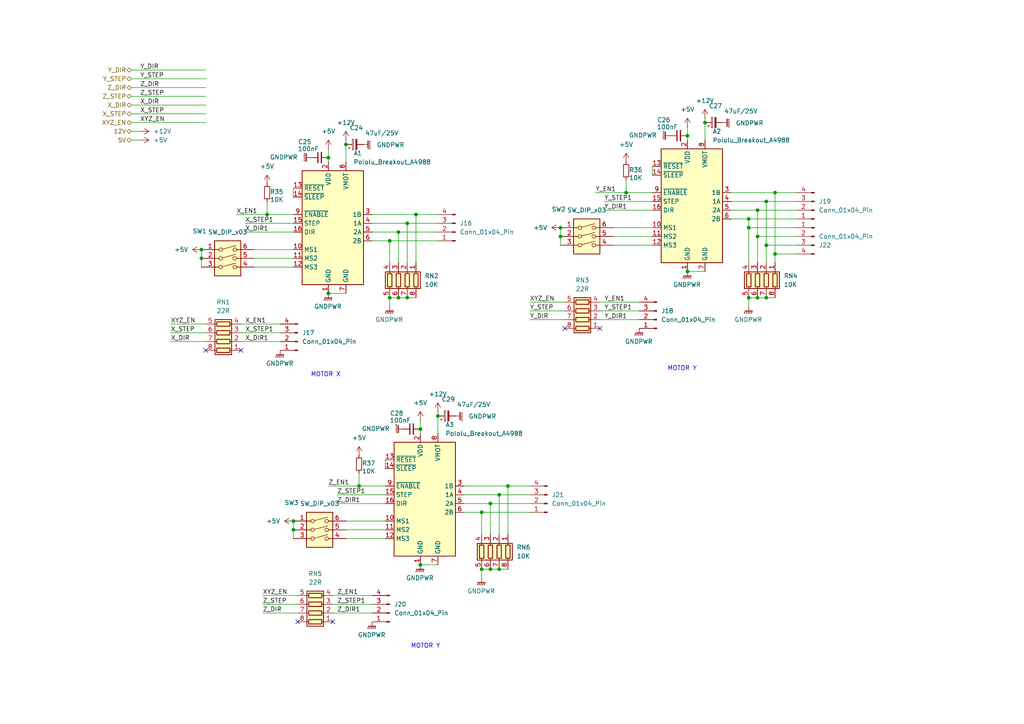
<source format=kicad_sch>
(kicad_sch (version 20231120) (generator "eeschema") (generator_version "8.0")
  (paper "A4")
  (lib_symbols
    (symbol "Connector:Conn_01x04_Pin" (pin_names (offset 1.016) hide)
      (property "Reference" "J" (at 0 5.08 0))
      (property "Value" "Conn_01x04_Pin" (at 0 -7.62 0))
      (symbol "Conn_01x04_Pin_1_1"
        (polyline (pts (xy 1.27 -5.08) (xy 0.8636 -5.08)) (stroke (width 0.1524)))
        (polyline (pts (xy 1.27 -2.54) (xy 0.8636 -2.54)) (stroke (width 0.1524)))
        (polyline (pts (xy 1.27 0) (xy 0.8636 0)) (stroke (width 0.1524)))
        (polyline (pts (xy 1.27 2.54) (xy 0.8636 2.54)) (stroke (width 0.1524)))
        (rectangle (start 0.8636 -4.953) (end 0 -5.207) (stroke (width 0.1524)) (fill (type outline)))
        (rectangle (start 0.8636 -2.413) (end 0 -2.667) (stroke (width 0.1524)) (fill (type outline)))
        (rectangle (start 0.8636 0.127) (end 0 -0.127) (stroke (width 0.1524)) (fill (type outline)))
        (rectangle (start 0.8636 2.667) (end 0 2.413) (stroke (width 0.1524)) (fill (type outline)))
        (pin passive line (at 5.08 2.54 180) (length 3.81) (name "Pin_1") (number "1"))
        (pin passive line (at 5.08 0 180) (length 3.81) (name "Pin_2") (number "2"))
        (pin passive line (at 5.08 -2.54 180) (length 3.81) (name "Pin_3") (number "3"))
        (pin passive line (at 5.08 -5.08 180) (length 3.81) (name "Pin_4") (number "4"))
      )
    )
    (symbol "Device:C_Polarized_Small" (pin_numbers hide) (pin_names (offset 0.254) hide)
      (property "Reference" "C" (at 0.254 1.778 0))
      (property "Value" "C_Polarized_Small" (at 0.254 -2.032 0))
      (symbol "C_Polarized_Small_0_1"
        (rectangle (start -1.524 -0.3048) (end 1.524 -0.6858) (fill (type outline)))
        (rectangle (start -1.524 0.6858) (end 1.524 0.3048))
        (polyline (pts (xy -1.27 1.524) (xy -0.762 1.524)))
        (polyline (pts (xy -1.016 1.27) (xy -1.016 1.778)))
      )
      (symbol "C_Polarized_Small_1_1"
        (pin passive line (at 0 2.54 270) (length 1.8542) (name "~") (number "1"))
        (pin passive line (at 0 -2.54 90) (length 1.8542) (name "~") (number "2"))
      )
    )
    (symbol "Device:C_Small" (pin_numbers hide) (pin_names (offset 0.254) hide)
      (property "Reference" "C" (at 0.254 1.778 0))
      (property "Value" "C_Small" (at 0.254 -2.032 0))
      (symbol "C_Small_0_1"
        (polyline (pts (xy -1.524 -0.508) (xy 1.524 -0.508)) (stroke (width 0.3302)))
        (polyline (pts (xy -1.524 0.508) (xy 1.524 0.508)) (stroke (width 0.3048)))
      )
      (symbol "C_Small_1_1"
        (pin passive line (at 0 2.54 270) (length 2.032) (name "~") (number "1"))
        (pin passive line (at 0 -2.54 90) (length 2.032) (name "~") (number "2"))
      )
    )
    (symbol "Device:R_Pack04" (pin_names (offset 0) hide)
      (property "Reference" "RN" (at -7.62 0 90))
      (property "Value" "R_Pack04" (at 5.08 0 90))
      (symbol "R_Pack04_0_1"
        (rectangle (start -6.35 -2.413) (end 3.81 2.413) (stroke (width 0.254)) (fill (type background)))
        (rectangle (start -5.715 1.905) (end -4.445 -1.905) (stroke (width 0.254)))
        (rectangle (start -3.175 1.905) (end -1.905 -1.905) (stroke (width 0.254)))
        (rectangle (start -0.635 1.905) (end 0.635 -1.905) (stroke (width 0.254)))
        (polyline (pts (xy -5.08 -2.54) (xy -5.08 -1.905)))
        (polyline (pts (xy -5.08 1.905) (xy -5.08 2.54)))
        (polyline (pts (xy -2.54 -2.54) (xy -2.54 -1.905)))
        (polyline (pts (xy -2.54 1.905) (xy -2.54 2.54)))
        (polyline (pts (xy 0 -2.54) (xy 0 -1.905)))
        (polyline (pts (xy 0 1.905) (xy 0 2.54)))
        (polyline (pts (xy 2.54 -2.54) (xy 2.54 -1.905)))
        (polyline (pts (xy 2.54 1.905) (xy 2.54 2.54)))
        (rectangle (start 1.905 1.905) (end 3.175 -1.905) (stroke (width 0.254)))
      )
      (symbol "R_Pack04_1_1"
        (pin passive line (at -5.08 -5.08 90) (length 2.54) (name "R1.1") (number "1"))
        (pin passive line (at -2.54 -5.08 90) (length 2.54) (name "R2.1") (number "2"))
        (pin passive line (at 0 -5.08 90) (length 2.54) (name "R3.1") (number "3"))
        (pin passive line (at 2.54 -5.08 90) (length 2.54) (name "R4.1") (number "4"))
        (pin passive line (at 2.54 5.08 270) (length 2.54) (name "R4.2") (number "5"))
        (pin passive line (at 0 5.08 270) (length 2.54) (name "R3.2") (number "6"))
        (pin passive line (at -2.54 5.08 270) (length 2.54) (name "R2.2") (number "7"))
        (pin passive line (at -5.08 5.08 270) (length 2.54) (name "R1.2") (number "8"))
      )
    )
    (symbol "Device:R_Small" (pin_numbers hide) (pin_names (offset 0.254) hide)
      (property "Reference" "R" (at 0.762 0.508 0))
      (property "Value" "R_Small" (at 0.762 -1.016 0))
      (symbol "R_Small_0_1"
        (rectangle (start -0.762 1.778) (end 0.762 -1.778) (stroke (width 0.2032)))
      )
      (symbol "R_Small_1_1"
        (pin passive line (at 0 2.54 270) (length 0.762) (name "~") (number "1"))
        (pin passive line (at 0 -2.54 90) (length 0.762) (name "~") (number "2"))
      )
    )
    (symbol "Driver_Motor:Pololu_Breakout_A4988"
      (property "Reference" "A" (at -2.54 19.05 0))
      (property "Value" "Pololu_Breakout_A4988" (at -2.54 16.51 0))
      (symbol "Pololu_Breakout_A4988_0_1"
        (rectangle (start 10.16 -17.78) (end -7.62 15.24) (stroke (width 0.254)) (fill (type background)))
      )
      (symbol "Pololu_Breakout_A4988_1_1"
        (pin power_in line (at 0 -20.32 90) (length 2.54) (name "GND") (number "1"))
        (pin input line (at -10.16 -7.62 0) (length 2.54) (name "MS1") (number "10"))
        (pin input line (at -10.16 -10.16 0) (length 2.54) (name "MS2") (number "11"))
        (pin input line (at -10.16 -12.7 0) (length 2.54) (name "MS3") (number "12"))
        (pin input line (at -10.16 10.16 0) (length 2.54) (name "~{RESET}") (number "13"))
        (pin input line (at -10.16 7.62 0) (length 2.54) (name "~{SLEEP}") (number "14"))
        (pin input line (at -10.16 0 0) (length 2.54) (name "STEP") (number "15"))
        (pin input line (at -10.16 -2.54 0) (length 2.54) (name "DIR") (number "16"))
        (pin power_in line (at 0 17.78 270) (length 2.54) (name "VDD") (number "2"))
        (pin output line (at 12.7 2.54 180) (length 2.54) (name "1B") (number "3"))
        (pin output line (at 12.7 0 180) (length 2.54) (name "1A") (number "4"))
        (pin output line (at 12.7 -2.54 180) (length 2.54) (name "2A") (number "5"))
        (pin output line (at 12.7 -5.08 180) (length 2.54) (name "2B") (number "6"))
        (pin power_in line (at 5.08 -20.32 90) (length 2.54) (name "GND") (number "7"))
        (pin power_in line (at 5.08 17.78 270) (length 2.54) (name "VMOT") (number "8"))
        (pin input line (at -10.16 2.54 0) (length 2.54) (name "~{ENABLE}") (number "9"))
      )
    )
    (symbol "Switch:SW_DIP_x03" (pin_names (offset 0) hide)
      (property "Reference" "SW" (at 0 6.35 0))
      (property "Value" "SW_DIP_x03" (at 0 -6.35 0))
      (symbol "SW_DIP_x03_0_0"
        (circle (center -2.032 -2.54) (radius 0.508))
        (circle (center -2.032 0) (radius 0.508))
        (circle (center -2.032 2.54) (radius 0.508))
        (polyline (pts (xy -1.524 -2.413) (xy 2.3622 -1.3716)))
        (polyline (pts (xy -1.524 0.127) (xy 2.3622 1.1684)))
        (polyline (pts (xy -1.524 2.667) (xy 2.3622 3.7084)))
        (circle (center 2.032 -2.54) (radius 0.508))
        (circle (center 2.032 0) (radius 0.508))
        (circle (center 2.032 2.54) (radius 0.508))
      )
      (symbol "SW_DIP_x03_0_1"
        (rectangle (start -3.81 5.08) (end 3.81 -5.08) (stroke (width 0.254)) (fill (type background)))
      )
      (symbol "SW_DIP_x03_1_1"
        (pin passive line (at -7.62 2.54 0) (length 5.08) (name "~") (number "1"))
        (pin passive line (at -7.62 0 0) (length 5.08) (name "~") (number "2"))
        (pin passive line (at -7.62 -2.54 0) (length 5.08) (name "~") (number "3"))
        (pin passive line (at 7.62 -2.54 180) (length 5.08) (name "~") (number "4"))
        (pin passive line (at 7.62 0 180) (length 5.08) (name "~") (number "5"))
        (pin passive line (at 7.62 2.54 180) (length 5.08) (name "~") (number "6"))
      )
    )
    (symbol "power:+12V" (power) (pin_numbers hide) (pin_names (offset 0) hide)
      (property "Value" "+12V" (at 0 3.556 0))
      (symbol "+12V_0_1"
        (polyline (pts (xy -0.762 1.27) (xy 0 2.54)))
        (polyline (pts (xy 0 0) (xy 0 2.54)))
        (polyline (pts (xy 0 2.54) (xy 0.762 1.27)))
      )
      (symbol "+12V_1_1"
        (pin power_in line (at 0 0 90) (length 0) (name "~") (number "1"))
      )
    )
    (symbol "power:+5V" (power) (pin_numbers hide) (pin_names (offset 0) hide)
      (property "Value" "+5V" (at 0 3.556 0))
      (symbol "+5V_0_1"
        (polyline (pts (xy -0.762 1.27) (xy 0 2.54)))
        (polyline (pts (xy 0 0) (xy 0 2.54)))
        (polyline (pts (xy 0 2.54) (xy 0.762 1.27)))
      )
      (symbol "+5V_1_1"
        (pin power_in line (at 0 0 90) (length 0) (name "~") (number "1"))
      )
    )
    (symbol "power:GNDPWR" (power) (pin_numbers hide) (pin_names (offset 0) hide)
      (property "Value" "GNDPWR" (at 0 -3.302 0))
      (symbol "GNDPWR_0_1"
        (polyline (pts (xy 0 -1.27) (xy 0 0)))
        (polyline (pts (xy -1.016 -1.27) (xy -1.27 -2.032) (xy -1.27 -2.032)) (stroke (width 0.2032)))
        (polyline (pts (xy -0.508 -1.27) (xy -0.762 -2.032) (xy -0.762 -2.032)) (stroke (width 0.2032)))
        (polyline (pts (xy 0 -1.27) (xy -0.254 -2.032) (xy -0.254 -2.032)) (stroke (width 0.2032)))
        (polyline (pts (xy 0.508 -1.27) (xy 0.254 -2.032) (xy 0.254 -2.032)) (stroke (width 0.2032)))
        (polyline (pts (xy 1.016 -1.27) (xy -1.016 -1.27) (xy -1.016 -1.27)) (stroke (width 0.2032)))
        (polyline (pts (xy 1.016 -1.27) (xy 0.762 -2.032) (xy 0.762 -2.032) (xy 0.762 -2.032)) (stroke (width 0.2032)))
      )
      (symbol "GNDPWR_1_1"
        (pin power_in line (at 0 0 270) (length 0) (name "~") (number "1"))
      )
    )
  )
  (junction (at 147.32 140.97))
  (junction (at 113.03 86.36))
  (junction (at 162.56 68.58))
  (junction (at 222.25 86.36))
  (junction (at 113.03 69.85))
  (junction (at 95.25 85.09))
  (junction (at 142.24 165.1))
  (junction (at 219.71 86.36))
  (junction (at 85.09 151.13))
  (junction (at 139.7 148.59))
  (junction (at 58.42 74.93))
  (junction (at 217.17 63.5))
  (junction (at 142.24 146.05))
  (junction (at 127 120.65))
  (junction (at 219.71 60.96))
  (junction (at 217.17 86.36))
  (junction (at 144.78 165.1))
  (junction (at 199.39 78.74))
  (junction (at 219.71 68.58))
  (junction (at 222.25 58.42))
  (junction (at 162.56 66.04))
  (junction (at 118.11 86.36))
  (junction (at 144.78 143.51))
  (junction (at 104.14 140.97))
  (junction (at 224.79 73.66))
  (junction (at 115.57 67.31))
  (junction (at 100.33 41.91))
  (junction (at 204.47 35.56))
  (junction (at 121.92 124.46))
  (junction (at 77.47 62.23))
  (junction (at 118.11 64.77))
  (junction (at 222.25 71.12))
  (junction (at 139.7 165.1))
  (junction (at 115.57 86.36))
  (junction (at 181.61 55.88))
  (junction (at 121.92 163.83))
  (junction (at 217.17 66.04))
  (junction (at 85.09 153.67))
  (junction (at 199.39 39.37))
  (junction (at 120.65 62.23))
  (junction (at 58.42 72.39))
  (junction (at 224.79 55.88))
  (junction (at 95.25 45.72))
  (no_connect (at 173.99 95.25))
  (no_connect (at 96.52 180.34))
  (no_connect (at 163.83 95.25))
  (no_connect (at 59.69 101.6))
  (no_connect (at 69.85 101.6))
  (no_connect (at 86.36 180.34))
  (wire (pts (xy 59.69 22.86) (xy 38.1 22.86)))
  (wire (pts (xy 113.03 86.36) (xy 115.57 86.36)))
  (wire (pts (xy 69.85 96.52) (xy 81.28 96.52)))
  (wire (pts (xy 219.71 60.96) (xy 219.71 68.58)))
  (wire (pts (xy 153.67 92.71) (xy 163.83 92.71)))
  (wire (pts (xy 115.57 67.31) (xy 115.57 76.2)))
  (wire (pts (xy 96.52 177.8) (xy 107.95 177.8)))
  (wire (pts (xy 100.33 156.21) (xy 111.76 156.21)))
  (wire (pts (xy 177.8 66.04) (xy 189.23 66.04)))
  (wire (pts (xy 121.92 124.46) (xy 121.92 125.73)))
  (wire (pts (xy 222.25 58.42) (xy 231.14 58.42)))
  (wire (pts (xy 217.17 66.04) (xy 217.17 76.2)))
  (wire (pts (xy 222.25 71.12) (xy 222.25 76.2)))
  (wire (pts (xy 217.17 86.36) (xy 217.17 88.9)))
  (wire (pts (xy 118.11 86.36) (xy 120.65 86.36)))
  (wire (pts (xy 173.99 90.17) (xy 185.42 90.17)))
  (wire (pts (xy 175.26 60.96) (xy 189.23 60.96)))
  (wire (pts (xy 139.7 148.59) (xy 153.67 148.59)))
  (wire (pts (xy 121.92 121.92) (xy 121.92 124.46)))
  (wire (pts (xy 181.61 55.88) (xy 181.61 52.07)))
  (wire (pts (xy 162.56 66.04) (xy 162.56 68.58)))
  (wire (pts (xy 127 119.38) (xy 127 120.65)))
  (wire (pts (xy 118.11 64.77) (xy 127 64.77)))
  (wire (pts (xy 120.65 62.23) (xy 120.65 76.2)))
  (wire (pts (xy 217.17 86.36) (xy 219.71 86.36)))
  (wire (pts (xy 204.47 35.56) (xy 204.47 40.64)))
  (wire (pts (xy 134.62 140.97) (xy 147.32 140.97)))
  (wire (pts (xy 144.78 165.1) (xy 147.32 165.1)))
  (wire (pts (xy 222.25 71.12) (xy 231.14 71.12)))
  (wire (pts (xy 175.26 58.42) (xy 189.23 58.42)))
  (wire (pts (xy 212.09 55.88) (xy 224.79 55.88)))
  (wire (pts (xy 139.7 148.59) (xy 139.7 154.94)))
  (wire (pts (xy 147.32 140.97) (xy 147.32 154.94)))
  (wire (pts (xy 58.42 74.93) (xy 58.42 77.47)))
  (wire (pts (xy 224.79 55.88) (xy 224.79 73.66)))
  (wire (pts (xy 85.09 62.23) (xy 77.47 62.23)))
  (wire (pts (xy 76.2 172.72) (xy 86.36 172.72)))
  (wire (pts (xy 95.25 43.18) (xy 95.25 45.72)))
  (wire (pts (xy 73.66 74.93) (xy 85.09 74.93)))
  (wire (pts (xy 100.33 41.91) (xy 100.33 46.99)))
  (wire (pts (xy 219.71 60.96) (xy 231.14 60.96)))
  (wire (pts (xy 58.42 72.39) (xy 58.42 74.93)))
  (wire (pts (xy 172.72 55.88) (xy 181.61 55.88)))
  (wire (pts (xy 120.65 62.23) (xy 127 62.23)))
  (wire (pts (xy 115.57 67.31) (xy 127 67.31)))
  (wire (pts (xy 199.39 39.37) (xy 199.39 40.64)))
  (wire (pts (xy 85.09 153.67) (xy 85.09 156.21)))
  (wire (pts (xy 69.85 93.98) (xy 81.28 93.98)))
  (wire (pts (xy 49.53 99.06) (xy 59.69 99.06)))
  (wire (pts (xy 144.78 143.51) (xy 153.67 143.51)))
  (wire (pts (xy 85.09 54.61) (xy 85.09 57.15)))
  (wire (pts (xy 59.69 20.32) (xy 38.1 20.32)))
  (wire (pts (xy 76.2 177.8) (xy 86.36 177.8)))
  (wire (pts (xy 113.03 69.85) (xy 127 69.85)))
  (wire (pts (xy 147.32 140.97) (xy 153.67 140.97)))
  (wire (pts (xy 77.47 62.23) (xy 77.47 58.42)))
  (wire (pts (xy 104.14 140.97) (xy 104.14 137.16)))
  (wire (pts (xy 173.99 87.63) (xy 185.42 87.63)))
  (wire (pts (xy 212.09 60.96) (xy 219.71 60.96)))
  (wire (pts (xy 153.67 87.63) (xy 163.83 87.63)))
  (wire (pts (xy 224.79 55.88) (xy 231.14 55.88)))
  (wire (pts (xy 134.62 146.05) (xy 142.24 146.05)))
  (wire (pts (xy 97.79 143.51) (xy 111.76 143.51)))
  (wire (pts (xy 97.79 146.05) (xy 111.76 146.05)))
  (wire (pts (xy 38.1 38.1) (xy 40.64 38.1)))
  (wire (pts (xy 100.33 151.13) (xy 111.76 151.13)))
  (wire (pts (xy 219.71 68.58) (xy 219.71 76.2)))
  (wire (pts (xy 68.58 62.23) (xy 77.47 62.23)))
  (wire (pts (xy 59.69 25.4) (xy 38.1 25.4)))
  (wire (pts (xy 113.03 69.85) (xy 113.03 76.2)))
  (wire (pts (xy 222.25 86.36) (xy 224.79 86.36)))
  (wire (pts (xy 204.47 34.29) (xy 204.47 35.56)))
  (wire (pts (xy 177.8 71.12) (xy 189.23 71.12)))
  (wire (pts (xy 189.23 55.88) (xy 181.61 55.88)))
  (wire (pts (xy 219.71 86.36) (xy 222.25 86.36)))
  (wire (pts (xy 144.78 143.51) (xy 144.78 154.94)))
  (wire (pts (xy 217.17 63.5) (xy 231.14 63.5)))
  (wire (pts (xy 113.03 86.36) (xy 113.03 88.9)))
  (wire (pts (xy 118.11 64.77) (xy 118.11 76.2)))
  (wire (pts (xy 59.69 35.56) (xy 38.1 35.56)))
  (wire (pts (xy 95.25 140.97) (xy 104.14 140.97)))
  (wire (pts (xy 212.09 63.5) (xy 217.17 63.5)))
  (wire (pts (xy 224.79 73.66) (xy 224.79 76.2)))
  (wire (pts (xy 121.92 163.83) (xy 127 163.83)))
  (wire (pts (xy 100.33 40.64) (xy 100.33 41.91)))
  (wire (pts (xy 59.69 27.94) (xy 38.1 27.94)))
  (wire (pts (xy 127 120.65) (xy 127 125.73)))
  (wire (pts (xy 49.53 93.98) (xy 59.69 93.98)))
  (wire (pts (xy 111.76 133.35) (xy 111.76 135.89)))
  (wire (pts (xy 153.67 90.17) (xy 163.83 90.17)))
  (wire (pts (xy 134.62 143.51) (xy 144.78 143.51)))
  (wire (pts (xy 38.1 40.64) (xy 40.64 40.64)))
  (wire (pts (xy 71.12 64.77) (xy 85.09 64.77)))
  (wire (pts (xy 76.2 175.26) (xy 86.36 175.26)))
  (wire (pts (xy 115.57 86.36) (xy 118.11 86.36)))
  (wire (pts (xy 162.56 68.58) (xy 162.56 71.12)))
  (wire (pts (xy 222.25 58.42) (xy 222.25 71.12)))
  (wire (pts (xy 107.95 67.31) (xy 115.57 67.31)))
  (wire (pts (xy 71.12 67.31) (xy 85.09 67.31)))
  (wire (pts (xy 134.62 148.59) (xy 139.7 148.59)))
  (wire (pts (xy 95.25 45.72) (xy 95.25 46.99)))
  (wire (pts (xy 142.24 146.05) (xy 153.67 146.05)))
  (wire (pts (xy 69.85 99.06) (xy 81.28 99.06)))
  (wire (pts (xy 217.17 66.04) (xy 231.14 66.04)))
  (wire (pts (xy 107.95 64.77) (xy 118.11 64.77)))
  (wire (pts (xy 173.99 92.71) (xy 185.42 92.71)))
  (wire (pts (xy 49.53 96.52) (xy 59.69 96.52)))
  (wire (pts (xy 177.8 68.58) (xy 189.23 68.58)))
  (wire (pts (xy 199.39 36.83) (xy 199.39 39.37)))
  (wire (pts (xy 95.25 85.09) (xy 100.33 85.09)))
  (wire (pts (xy 107.95 62.23) (xy 120.65 62.23)))
  (wire (pts (xy 96.52 172.72) (xy 107.95 172.72)))
  (wire (pts (xy 73.66 72.39) (xy 85.09 72.39)))
  (wire (pts (xy 139.7 165.1) (xy 139.7 167.64)))
  (wire (pts (xy 59.69 30.48) (xy 38.1 30.48)))
  (wire (pts (xy 142.24 165.1) (xy 144.78 165.1)))
  (wire (pts (xy 217.17 63.5) (xy 217.17 66.04)))
  (wire (pts (xy 100.33 153.67) (xy 111.76 153.67)))
  (wire (pts (xy 73.66 77.47) (xy 85.09 77.47)))
  (wire (pts (xy 224.79 73.66) (xy 231.14 73.66)))
  (wire (pts (xy 142.24 146.05) (xy 142.24 154.94)))
  (wire (pts (xy 96.52 175.26) (xy 107.95 175.26)))
  (wire (pts (xy 59.69 33.02) (xy 38.1 33.02)))
  (wire (pts (xy 139.7 165.1) (xy 142.24 165.1)))
  (wire (pts (xy 212.09 58.42) (xy 222.25 58.42)))
  (wire (pts (xy 85.09 151.13) (xy 85.09 153.67)))
  (wire (pts (xy 219.71 68.58) (xy 231.14 68.58)))
  (wire (pts (xy 107.95 69.85) (xy 113.03 69.85)))
  (wire (pts (xy 189.23 48.26) (xy 189.23 50.8)))
  (wire (pts (xy 111.76 140.97) (xy 104.14 140.97)))
  (wire (pts (xy 199.39 78.74) (xy 204.47 78.74)))
  (text "MOTOR X" (at 94.488 108.712 0) (effects (font (size 1.27 1.27))))
  (text "MOTOR Y\n" (at 123.444 187.452 0) (effects (font (size 1.27 1.27))))
  (text "MOTOR Y\n" (at 197.866 106.934 0) (effects (font (size 1.27 1.27))))
  (label "X_DIR" (at 40.64 30.48 0))
  (label "Z_EN1" (at 95.25 140.97 0))
  (label "XYZ_EN" (at 153.67 87.63 0))
  (label "XYZ_EN" (at 76.2 172.72 0))
  (label "X_DIR1" (at 71.12 99.06 0))
  (label "Y_DIR1" (at 175.26 60.96 0))
  (label "Z_EN1" (at 97.79 172.72 0))
  (label "Y_DIR" (at 40.64 20.32 0))
  (label "X_DIR1" (at 71.12 67.31 0))
  (label "X_STEP1" (at 71.12 64.77 0))
  (label "Z_STEP1" (at 97.79 143.51 0))
  (label "XYZ_EN" (at 49.53 93.98 0))
  (label "X_STEP" (at 40.64 33.02 0))
  (label "Y_DIR1" (at 175.26 92.71 0))
  (label "Z_DIR" (at 40.64 25.4 0))
  (label "X_EN1" (at 71.12 93.98 0))
  (label "XYZ_EN" (at 40.64 35.56 0))
  (label "Z_DIR1" (at 97.79 177.8 0))
  (label "Z_DIR1" (at 97.79 146.05 0))
  (label "X_STEP" (at 49.53 96.52 0))
  (label "Y_DIR" (at 153.67 92.71 0))
  (label "Z_STEP" (at 76.2 175.26 0))
  (label "Y_EN1" (at 172.72 55.88 0))
  (label "Y_EN1" (at 175.26 87.63 0))
  (label "Z_STEP" (at 40.64 27.94 0))
  (label "Y_STEP1" (at 175.26 58.42 0))
  (label "Y_STEP" (at 153.67 90.17 0))
  (label "Z_DIR" (at 76.2 177.8 0))
  (label "Z_STEP1" (at 97.79 175.26 0))
  (label "X_STEP1" (at 71.12 96.52 0))
  (label "X_DIR" (at 49.53 99.06 0))
  (label "Y_STEP1" (at 175.26 90.17 0))
  (label "Y_STEP" (at 40.64 22.86 0))
  (label "X_EN1" (at 68.58 62.23 0))
  (hierarchical_label "Z_DIR" (shape bidirectional) (at 38.1 25.4 180))
  (hierarchical_label "Y_STEP" (shape bidirectional) (at 38.1 22.86 180))
  (hierarchical_label "Z_STEP" (shape bidirectional) (at 38.1 27.94 180))
  (hierarchical_label "X_STEP" (shape bidirectional) (at 38.1 33.02 180))
  (hierarchical_label "X_DIR" (shape bidirectional) (at 38.1 30.48 180))
  (hierarchical_label "XYZ_EN" (shape bidirectional) (at 38.1 35.56 180))
  (hierarchical_label "5V" (shape bidirectional) (at 38.1 40.64 180))
  (hierarchical_label "12V" (shape bidirectional) (at 38.1 38.1 180))
  (hierarchical_label "Y_DIR" (shape bidirectional) (at 38.1 20.32 180))
  (symbol (lib_id "Device:R_Pack04") (at 219.71 81.28 180) (unit 1)
    (property "Reference" "RN4" (at 227.33 80.0099 0) (effects (justify right)))
    (property "Value" "10K" (at 227.33 82.5499 0) (effects (justify right)))
    (property "Description" "4 resistor network, parallel topology" (effects (hide yes)))
  )
  (symbol (lib_id "power:+12V") (at 100.33 40.64 0) (unit 1)
    (property "Reference" "#PWR0112" (effects (hide yes)))
    (property "Value" "+12V" (at 100.33 35.56 0))
    (property "Description" "Power symbol creates a global label with name \"+12V\"" (effects (hide yes)))
  )
  (symbol (lib_id "power:+5V") (at 95.25 43.18 0) (unit 1)
    (property "Reference" "#PWR0113" (effects (hide yes)))
    (property "Value" "+5V" (at 95.25 38.1 0))
    (property "Description" "Power symbol creates a global label with name \"+5V\"" (effects (hide yes)))
  )
  (symbol (lib_id "power:GNDPWR") (at 139.7 167.64 0) (unit 1)
    (property "Reference" "#PWR0137" (effects (hide yes)))
    (property "Value" "GNDPWR" (at 139.573 171.45 0))
    (property "Description" "Power symbol creates a global label with name \"GNDPWR\" , global ground" (effects (hide yes)))
  )
  (symbol (lib_id "Connector:Conn_01x04_Pin") (at 86.36 99.06 180) (unit 1)
    (property "Reference" "J17" (at 87.63 96.5199 0) (effects (justify right)))
    (property "Value" "Conn_01x04_Pin" (at 87.63 99.0599 0) (effects (justify right)))
    (property "Description" "Generic connector, single row, 01x04, script generated" (effects (hide yes)))
  )
  (symbol (lib_id "Device:R_Pack04") (at 168.91 90.17 90) (unit 1)
    (property "Reference" "RN3" (at 168.91 81.28 90))
    (property "Value" "22R" (at 168.91 83.82 90))
    (property "Description" "4 resistor network, parallel topology" (effects (hide yes)))
  )
  (symbol (lib_id "power:GNDPWR") (at 90.17 45.72 270) (unit 1)
    (property "Reference" "#PWR0116" (effects (hide yes)))
    (property "Value" "GNDPWR" (at 86.36 45.5929 90) (effects (justify right)))
    (property "Description" "Power symbol creates a global label with name \"GNDPWR\" , global ground" (effects (hide yes)))
  )
  (symbol (lib_id "power:GNDPWR") (at 107.95 180.34 0) (unit 1)
    (property "Reference" "#PWR0131" (effects (hide yes)))
    (property "Value" "GNDPWR" (at 107.823 184.15 0))
    (property "Description" "Power symbol creates a global label with name \"GNDPWR\" , global ground" (effects (hide yes)))
  )
  (symbol (lib_id "power:+5V") (at 181.61 46.99 0) (unit 1)
    (property "Reference" "#PWR0121" (effects (hide yes)))
    (property "Value" "+5V" (at 181.61 41.91 0))
    (property "Description" "Power symbol creates a global label with name \"+5V\"" (effects (hide yes)))
  )
  (symbol (lib_id "Device:C_Small") (at 196.85 39.37 90) (unit 1)
    (property "Reference" "C26" (at 192.532 34.798 90))
    (property "Value" "100nF" (at 193.548 36.83 90))
    (property "Description" "Unpolarized capacitor, small symbol" (effects (hide yes)))
  )
  (symbol (lib_id "power:GNDPWR") (at 132.08 120.65 90) (unit 1)
    (property "Reference" "#PWR0136" (effects (hide yes)))
    (property "Value" "GNDPWR" (at 135.89 120.7769 90) (effects (justify right)))
    (property "Description" "Power symbol creates a global label with name \"GNDPWR\" , global ground" (effects (hide yes)))
  )
  (symbol (lib_id "Device:C_Polarized_Small") (at 207.01 35.56 90) (unit 1)
    (property "Reference" "C27" (at 207.518 30.734 90))
    (property "Value" "47uF/25V" (at 214.884 32.258 90))
    (property "Description" "Polarized capacitor, small symbol" (effects (hide yes)))
  )
  (symbol (lib_id "Driver_Motor:Pololu_Breakout_A4988") (at 121.92 143.51 0) (unit 1)
    (property "Reference" "A3" (at 129.1941 123.19 0) (effects (justify left)))
    (property "Value" "Pololu_Breakout_A4988" (at 129.1941 125.73 0) (effects (justify left)))
    (property "Footprint" "Module:Pololu_Breakout-16_15.2x20.3mm" (effects (hide yes)))
    (property "Datasheet" "https://www.pololu.com/product/2980/pictures" (effects (hide yes)))
    (property "Description" "Pololu Breakout Board, Stepper Driver A4988" (effects (hide yes)))
  )
  (symbol (lib_id "power:GNDPWR") (at 185.42 95.25 0) (unit 1)
    (property "Reference" "#PWR0122" (effects (hide yes)))
    (property "Value" "GNDPWR" (at 185.293 99.06 0))
    (property "Description" "Power symbol creates a global label with name \"GNDPWR\" , global ground" (effects (hide yes)))
  )
  (symbol (lib_id "power:GNDPWR") (at 209.55 35.56 90) (unit 1)
    (property "Reference" "#PWR0127" (effects (hide yes)))
    (property "Value" "GNDPWR" (at 213.36 35.6869 90) (effects (justify right)))
    (property "Description" "Power symbol creates a global label with name \"GNDPWR\" , global ground" (effects (hide yes)))
  )
  (symbol (lib_id "Device:C_Small") (at 92.71 45.72 90) (unit 1)
    (property "Reference" "C25" (at 88.392 41.148 90))
    (property "Value" "100nF" (at 89.408 43.18 90))
    (property "Description" "Unpolarized capacitor, small symbol" (effects (hide yes)))
  )
  (symbol (lib_id "Device:R_Small") (at 181.61 49.53 180) (unit 1)
    (property "Reference" "R36" (at 184.404 49.276 0))
    (property "Value" "10K" (at 184.404 51.562 0))
    (property "Description" "Resistor, small symbol" (effects (hide yes)))
  )
  (symbol (lib_id "power:GNDPWR") (at 121.92 163.83 0) (unit 1)
    (property "Reference" "#PWR0134" (effects (hide yes)))
    (property "Value" "GNDPWR" (at 121.793 167.64 0))
    (property "Description" "Power symbol creates a global label with name \"GNDPWR\" , global ground" (effects (hide yes)))
  )
  (symbol (lib_id "power:+5V") (at 77.47 53.34 0) (unit 1)
    (property "Reference" "#PWR0117" (effects (hide yes)))
    (property "Value" "+5V" (at 77.47 48.26 0))
    (property "Description" "Power symbol creates a global label with name \"+5V\"" (effects (hide yes)))
  )
  (symbol (lib_id "Connector:Conn_01x04_Pin") (at 236.22 60.96 180) (unit 1)
    (property "Reference" "J19" (at 237.49 58.4199 0) (effects (justify right)))
    (property "Value" "Conn_01x04_Pin" (at 237.49 60.9599 0) (effects (justify right)))
    (property "Description" "Generic connector, single row, 01x04, script generated" (effects (hide yes)))
  )
  (symbol (lib_id "Connector:Conn_01x04_Pin") (at 236.22 68.58 0) (mirror y) (unit 1)
    (property "Reference" "J22" (at 237.49 71.1201 0) (effects (justify right)))
    (property "Value" "Conn_01x04_Pin" (at 237.49 68.5801 0) (effects (justify right)))
    (property "Description" "Generic connector, single row, 01x04, script generated" (effects (hide yes)))
  )
  (symbol (lib_id "power:GNDPWR") (at 199.39 78.74 0) (unit 1)
    (property "Reference" "#PWR0125" (effects (hide yes)))
    (property "Value" "GNDPWR" (at 199.263 82.55 0))
    (property "Description" "Power symbol creates a global label with name \"GNDPWR\" , global ground" (effects (hide yes)))
  )
  (symbol (lib_id "power:GNDPWR") (at 95.25 85.09 0) (unit 1)
    (property "Reference" "#PWR0114" (effects (hide yes)))
    (property "Value" "GNDPWR" (at 95.123 88.9 0))
    (property "Description" "Power symbol creates a global label with name \"GNDPWR\" , global ground" (effects (hide yes)))
  )
  (symbol (lib_id "Connector:Conn_01x04_Pin") (at 113.03 177.8 180) (unit 1)
    (property "Reference" "J20" (at 114.3 175.2599 0) (effects (justify right)))
    (property "Value" "Conn_01x04_Pin" (at 114.3 177.7999 0) (effects (justify right)))
    (property "Description" "Generic connector, single row, 01x04, script generated" (effects (hide yes)))
  )
  (symbol (lib_id "power:+5V") (at 58.42 72.39 90) (unit 1)
    (property "Reference" "#PWR0111" (effects (hide yes)))
    (property "Value" "+5V" (at 54.61 72.3899 90) (effects (justify left)))
    (property "Description" "Power symbol creates a global label with name \"+5V\"" (effects (hide yes)))
  )
  (symbol (lib_id "Device:R_Pack04") (at 91.44 175.26 90) (unit 1)
    (property "Reference" "RN5" (at 91.44 166.37 90))
    (property "Value" "22R" (at 91.44 168.91 90))
    (property "Description" "4 resistor network, parallel topology" (effects (hide yes)))
  )
  (symbol (lib_id "Switch:SW_DIP_x03") (at 170.18 68.58 0) (unit 1)
    (property "Reference" "SW2" (at 162.052 60.706 0))
    (property "Value" "SW_DIP_x03" (at 170.18 60.96 0))
    (property "Description" "3x DIP Switch, Single Pole Single Throw (SPST) switch, small symbol" (effects (hide yes)))
  )
  (symbol (lib_id "power:+12V") (at 127 119.38 0) (unit 1)
    (property "Reference" "#PWR0135" (effects (hide yes)))
    (property "Value" "+12V" (at 127 114.3 0))
    (property "Description" "Power symbol creates a global label with name \"+12V\"" (effects (hide yes)))
  )
  (symbol (lib_id "Device:R_Small") (at 104.14 134.62 180) (unit 1)
    (property "Reference" "R37" (at 106.934 134.366 0))
    (property "Value" "10K" (at 106.934 136.652 0))
    (property "Description" "Resistor, small symbol" (effects (hide yes)))
  )
  (symbol (lib_id "power:GNDPWR") (at 194.31 39.37 270) (unit 1)
    (property "Reference" "#PWR0123" (effects (hide yes)))
    (property "Value" "GNDPWR" (at 190.5 39.2429 90) (effects (justify right)))
    (property "Description" "Power symbol creates a global label with name \"GNDPWR\" , global ground" (effects (hide yes)))
  )
  (symbol (lib_id "Connector:Conn_01x04_Pin") (at 132.08 67.31 180) (unit 1)
    (property "Reference" "J16" (at 133.35 64.7699 0) (effects (justify right)))
    (property "Value" "Conn_01x04_Pin" (at 133.35 67.3099 0) (effects (justify right)))
    (property "Description" "Generic connector, single row, 01x04, script generated" (effects (hide yes)))
  )
  (symbol (lib_id "power:+5V") (at 121.92 121.92 0) (unit 1)
    (property "Reference" "#PWR0133" (effects (hide yes)))
    (property "Value" "+5V" (at 121.92 116.84 0))
    (property "Description" "Power symbol creates a global label with name \"+5V\"" (effects (hide yes)))
  )
  (symbol (lib_id "Device:R_Small") (at 77.47 55.88 180) (unit 1)
    (property "Reference" "R35" (at 80.264 55.626 0))
    (property "Value" "10K" (at 80.264 57.912 0))
    (property "Description" "Resistor, small symbol" (effects (hide yes)))
  )
  (symbol (lib_id "power:GNDPWR") (at 81.28 101.6 0) (unit 1)
    (property "Reference" "#PWR0119" (effects (hide yes)))
    (property "Value" "GNDPWR" (at 81.153 105.41 0))
    (property "Description" "Power symbol creates a global label with name \"GNDPWR\" , global ground" (effects (hide yes)))
  )
  (symbol (lib_id "power:+5V") (at 199.39 36.83 0) (unit 1)
    (property "Reference" "#PWR0124" (effects (hide yes)))
    (property "Value" "+5V" (at 199.39 31.75 0))
    (property "Description" "Power symbol creates a global label with name \"+5V\"" (effects (hide yes)))
  )
  (symbol (lib_id "Device:C_Polarized_Small") (at 129.54 120.65 90) (unit 1)
    (property "Reference" "C29" (at 130.048 115.824 90))
    (property "Value" "47uF/25V" (at 137.414 117.348 90))
    (property "Description" "Polarized capacitor, small symbol" (effects (hide yes)))
  )
  (symbol (lib_id "Driver_Motor:Pololu_Breakout_A4988") (at 199.39 58.42 0) (unit 1)
    (property "Reference" "A2" (at 206.6641 38.1 0) (effects (justify left)))
    (property "Value" "Pololu_Breakout_A4988" (at 206.6641 40.64 0) (effects (justify left)))
    (property "Footprint" "Module:Pololu_Breakout-16_15.2x20.3mm" (effects (hide yes)))
    (property "Datasheet" "https://www.pololu.com/product/2980/pictures" (effects (hide yes)))
    (property "Description" "Pololu Breakout Board, Stepper Driver A4988" (effects (hide yes)))
  )
  (symbol (lib_id "power:+5V") (at 85.09 151.13 90) (unit 1)
    (property "Reference" "#PWR0129" (effects (hide yes)))
    (property "Value" "+5V" (at 81.28 151.1299 90) (effects (justify left)))
    (property "Description" "Power symbol creates a global label with name \"+5V\"" (effects (hide yes)))
  )
  (symbol (lib_id "power:GNDPWR") (at 116.84 124.46 270) (unit 1)
    (property "Reference" "#PWR0132" (effects (hide yes)))
    (property "Value" "GNDPWR" (at 113.03 124.3329 90) (effects (justify right)))
    (property "Description" "Power symbol creates a global label with name \"GNDPWR\" , global ground" (effects (hide yes)))
  )
  (symbol (lib_id "power:+5V") (at 162.56 66.04 90) (unit 1)
    (property "Reference" "#PWR0120" (effects (hide yes)))
    (property "Value" "+5V" (at 158.75 66.0399 90) (effects (justify left)))
    (property "Description" "Power symbol creates a global label with name \"+5V\"" (effects (hide yes)))
  )
  (symbol (lib_id "power:GNDPWR") (at 105.41 41.91 90) (unit 1)
    (property "Reference" "#PWR0115" (effects (hide yes)))
    (property "Value" "GNDPWR" (at 109.22 42.0369 90) (effects (justify right)))
    (property "Description" "Power symbol creates a global label with name \"GNDPWR\" , global ground" (effects (hide yes)))
  )
  (symbol (lib_id "power:+12V") (at 40.64 38.1 270) (unit 1)
    (property "Reference" "#PWR0109" (effects (hide yes)))
    (property "Value" "+12V" (at 44.45 38.0999 90) (effects (justify left)))
    (property "Description" "Power symbol creates a global label with name \"+12V\"" (effects (hide yes)))
  )
  (symbol (lib_id "Device:C_Polarized_Small") (at 102.87 41.91 90) (unit 1)
    (property "Reference" "C24" (at 103.378 37.084 90))
    (property "Value" "47uF/25V" (at 110.744 38.608 90))
    (property "Description" "Polarized capacitor, small symbol" (effects (hide yes)))
  )
  (symbol (lib_id "Device:R_Pack04") (at 142.24 160.02 180) (unit 1)
    (property "Reference" "RN6" (at 149.86 158.7499 0) (effects (justify right)))
    (property "Value" "10K" (at 149.86 161.2899 0) (effects (justify right)))
    (property "Description" "4 resistor network, parallel topology" (effects (hide yes)))
  )
  (symbol (lib_id "Connector:Conn_01x04_Pin") (at 158.75 146.05 180) (unit 1)
    (property "Reference" "J21" (at 160.02 143.5099 0) (effects (justify right)))
    (property "Value" "Conn_01x04_Pin" (at 160.02 146.0499 0) (effects (justify right)))
    (property "Description" "Generic connector, single row, 01x04, script generated" (effects (hide yes)))
  )
  (symbol (lib_id "power:GNDPWR") (at 113.03 88.9 0) (unit 1)
    (property "Reference" "#PWR0118" (effects (hide yes)))
    (property "Value" "GNDPWR" (at 112.903 92.71 0))
    (property "Description" "Power symbol creates a global label with name \"GNDPWR\" , global ground" (effects (hide yes)))
  )
  (symbol (lib_id "power:+12V") (at 204.47 34.29 0) (unit 1)
    (property "Reference" "#PWR0126" (effects (hide yes)))
    (property "Value" "+12V" (at 204.47 29.21 0))
    (property "Description" "Power symbol creates a global label with name \"+12V\"" (effects (hide yes)))
  )
  (symbol (lib_id "Connector:Conn_01x04_Pin") (at 190.5 92.71 180) (unit 1)
    (property "Reference" "J18" (at 191.77 90.1699 0) (effects (justify right)))
    (property "Value" "Conn_01x04_Pin" (at 191.77 92.7099 0) (effects (justify right)))
    (property "Description" "Generic connector, single row, 01x04, script generated" (effects (hide yes)))
  )
  (symbol (lib_id "power:+5V") (at 104.14 132.08 0) (unit 1)
    (property "Reference" "#PWR0130" (effects (hide yes)))
    (property "Value" "+5V" (at 104.14 127 0))
    (property "Description" "Power symbol creates a global label with name \"+5V\"" (effects (hide yes)))
  )
  (symbol (lib_id "Switch:SW_DIP_x03") (at 66.04 74.93 0) (unit 1)
    (property "Reference" "SW1" (at 57.912 67.056 0))
    (property "Value" "SW_DIP_x03" (at 66.04 67.31 0))
    (property "Description" "3x DIP Switch, Single Pole Single Throw (SPST) switch, small symbol" (effects (hide yes)))
  )
  (symbol (lib_id "Switch:SW_DIP_x03") (at 92.71 153.67 0) (unit 1)
    (property "Reference" "SW3" (at 84.582 145.796 0))
    (property "Value" "SW_DIP_x03" (at 92.71 146.05 0))
    (property "Description" "3x DIP Switch, Single Pole Single Throw (SPST) switch, small symbol" (effects (hide yes)))
  )
  (symbol (lib_id "power:GNDPWR") (at 217.17 88.9 0) (unit 1)
    (property "Reference" "#PWR0128" (effects (hide yes)))
    (property "Value" "GNDPWR" (at 217.043 92.71 0))
    (property "Description" "Power symbol creates a global label with name \"GNDPWR\" , global ground" (effects (hide yes)))
  )
  (symbol (lib_id "power:+5V") (at 40.64 40.64 270) (unit 1)
    (property "Reference" "#PWR0110" (effects (hide yes)))
    (property "Value" "+5V" (at 44.45 40.6399 90) (effects (justify left)))
    (property "Description" "Power symbol creates a global label with name \"+5V\"" (effects (hide yes)))
  )
  (symbol (lib_id "Device:R_Pack04") (at 64.77 96.52 90) (unit 1)
    (property "Reference" "RN1" (at 64.77 87.63 90))
    (property "Value" "22R" (at 64.77 90.17 90))
    (property "Description" "4 resistor network, parallel topology" (effects (hide yes)))
  )
  (symbol (lib_id "Device:R_Pack04") (at 115.57 81.28 180) (unit 1)
    (property "Reference" "RN2" (at 123.19 80.0099 0) (effects (justify right)))
    (property "Value" "10K" (at 123.19 82.5499 0) (effects (justify right)))
    (property "Description" "4 resistor network, parallel topology" (effects (hide yes)))
  )
  (symbol (lib_id "Device:C_Small") (at 119.38 124.46 90) (unit 1)
    (property "Reference" "C28" (at 115.062 119.888 90))
    (property "Value" "100nF" (at 116.078 121.92 90))
    (property "Description" "Unpolarized capacitor, small symbol" (effects (hide yes)))
  )
  (symbol (lib_id "Driver_Motor:Pololu_Breakout_A4988") (at 95.25 64.77 0) (unit 1)
    (property "Reference" "A1" (at 102.5241 44.45 0) (effects (justify left)))
    (property "Value" "Pololu_Breakout_A4988" (at 102.5241 46.99 0) (effects (justify left)))
    (property "Footprint" "Module:Pololu_Breakout-16_15.2x20.3mm" (effects (hide yes)))
    (property "Datasheet" "https://www.pololu.com/product/2980/pictures" (effects (hide yes)))
    (property "Description" "Pololu Breakout Board, Stepper Driver A4988" (effects (hide yes)))
  )
)
</source>
